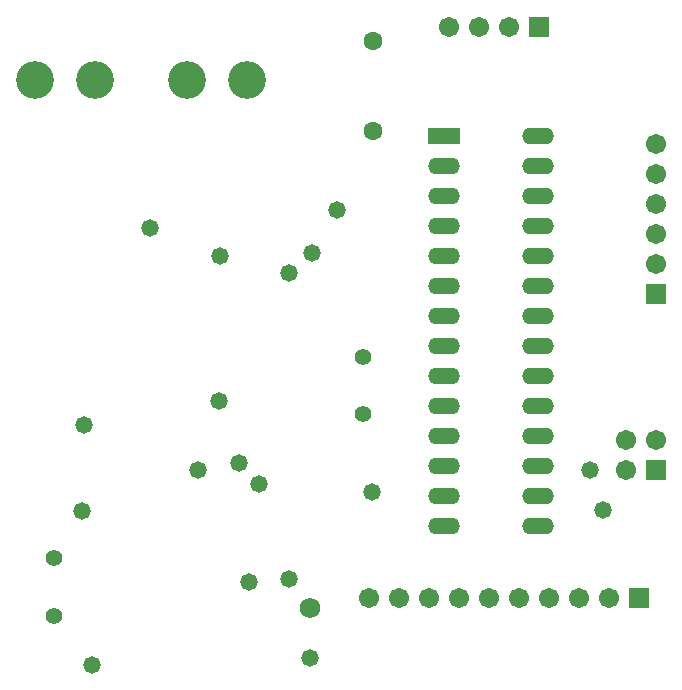
<source format=gbs>
G04 Layer_Color=16711935*
%FSLAX44Y44*%
%MOMM*%
G71*
G01*
G75*
%ADD46R,1.7032X1.7032*%
%ADD47C,1.7032*%
%ADD48C,3.2032*%
%ADD49C,1.4032*%
%ADD50C,1.7272*%
%ADD51R,1.7032X1.7032*%
%ADD52O,2.7032X1.4032*%
%ADD53R,2.7032X1.4032*%
%ADD54C,1.6032*%
%ADD55C,1.4732*%
D46*
X1630000Y814600D02*
D03*
Y963800D02*
D03*
D47*
X1604600Y814600D02*
D03*
X1630000Y840000D02*
D03*
X1604600D02*
D03*
X1589750Y706750D02*
D03*
X1538950D02*
D03*
X1513550D02*
D03*
X1488150D02*
D03*
X1462750D02*
D03*
X1437350D02*
D03*
X1411950D02*
D03*
X1386550D02*
D03*
X1564350D02*
D03*
X1630000Y1090800D02*
D03*
Y1065400D02*
D03*
Y1040000D02*
D03*
Y1014600D02*
D03*
Y989200D02*
D03*
X1505400Y1190000D02*
D03*
X1480000D02*
D03*
X1454600D02*
D03*
D48*
X1155000Y1145000D02*
D03*
X1104200D02*
D03*
X1283250D02*
D03*
X1232450D02*
D03*
D49*
X1382000Y862000D02*
D03*
Y910800D02*
D03*
X1120000Y691200D02*
D03*
Y740000D02*
D03*
D50*
X1337250Y698000D02*
D03*
D51*
X1615150Y706750D02*
D03*
X1530800Y1190000D02*
D03*
D52*
X1530000Y767600D02*
D03*
Y793000D02*
D03*
Y818400D02*
D03*
Y843800D02*
D03*
Y869200D02*
D03*
Y894600D02*
D03*
Y920000D02*
D03*
Y945400D02*
D03*
Y970800D02*
D03*
Y996200D02*
D03*
Y1021600D02*
D03*
Y1047000D02*
D03*
Y1072400D02*
D03*
Y1097800D02*
D03*
X1450000Y767600D02*
D03*
Y793000D02*
D03*
Y818400D02*
D03*
Y843800D02*
D03*
Y869200D02*
D03*
Y894600D02*
D03*
Y920000D02*
D03*
Y945400D02*
D03*
Y970800D02*
D03*
Y996200D02*
D03*
Y1021600D02*
D03*
Y1047000D02*
D03*
Y1072400D02*
D03*
D53*
Y1097800D02*
D03*
D54*
X1390000Y1101900D02*
D03*
Y1178100D02*
D03*
D55*
X1574000Y815000D02*
D03*
X1585000Y781000D02*
D03*
X1260000Y873000D02*
D03*
X1360000Y1035000D02*
D03*
X1261000Y996000D02*
D03*
X1389000Y796000D02*
D03*
X1145500Y852500D02*
D03*
X1201000Y1019250D02*
D03*
X1294000Y803250D02*
D03*
X1144000Y780000D02*
D03*
X1152500Y649750D02*
D03*
X1277000Y821000D02*
D03*
X1242000Y814500D02*
D03*
X1336500Y655250D02*
D03*
X1319000Y981750D02*
D03*
X1338750Y998750D02*
D03*
X1285250Y720000D02*
D03*
X1319000Y722250D02*
D03*
M02*

</source>
